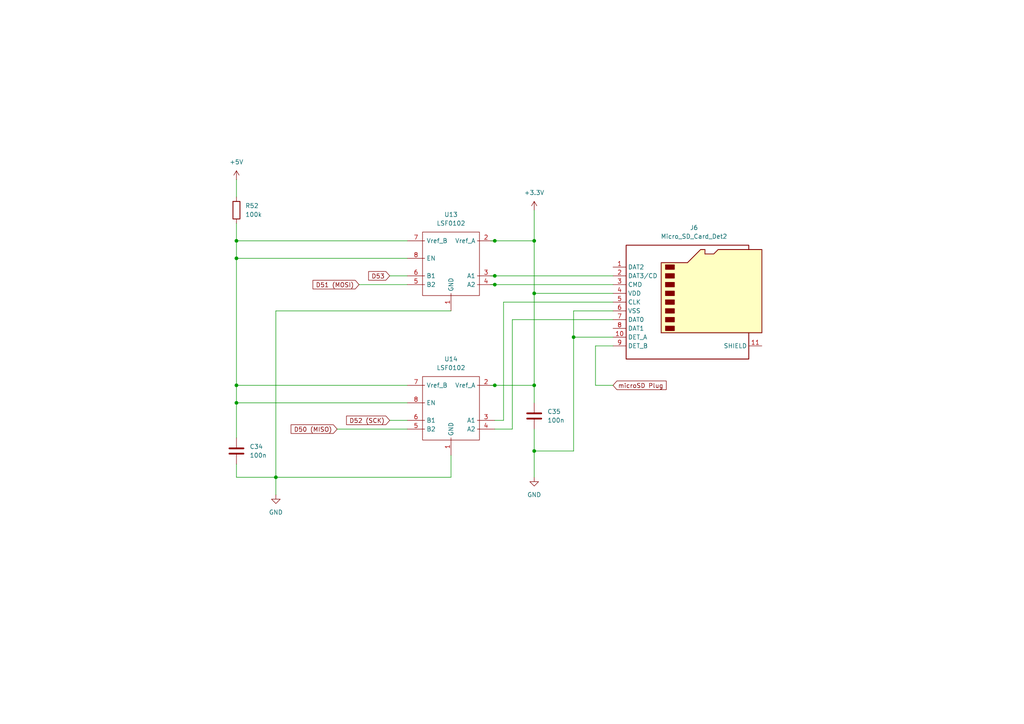
<source format=kicad_sch>
(kicad_sch (version 20231120) (generator "eeschema") (generator_version "8.0")
  (paper "A4")
  (title_block (rev "0.1"))
  (lib_symbols
    (symbol "Connector:Micro_SD_Card_Det2"
      (property "Reference" "J" (at -16.51 17.78 0))
      (property "Value" "Micro_SD_Card_Det2" (at 16.51 17.78 0))
      (symbol "Micro_SD_Card_Det2_0_1"
        (rectangle (start -7.62 -6.985) (end -5.08 -8.255) (stroke (width 0.254)) (fill (type outline)))
        (rectangle (start -7.62 -4.445) (end -5.08 -5.715) (stroke (width 0.254)) (fill (type outline)))
        (rectangle (start -7.62 -1.905) (end -5.08 -3.175) (stroke (width 0.254)) (fill (type outline)))
        (rectangle (start -7.62 0.635) (end -5.08 -0.635) (stroke (width 0.254)) (fill (type outline)))
        (rectangle (start -7.62 3.175) (end -5.08 1.905) (stroke (width 0.254)) (fill (type outline)))
        (rectangle (start -7.62 5.715) (end -5.08 4.445) (stroke (width 0.254)) (fill (type outline)))
        (rectangle (start -7.62 8.255) (end -5.08 6.985) (stroke (width 0.254)) (fill (type outline)))
        (rectangle (start -7.62 10.795) (end -5.08 9.525) (stroke (width 0.254)) (fill (type outline)))
        (polyline (pts (xy 16.51 15.24) (xy 16.51 16.51) (xy -19.05 16.51) (xy -19.05 -16.51) (xy 16.51 -16.51) (xy 16.51 -8.89)) (stroke (width 0.254)))
        (polyline (pts (xy -8.89 -8.89) (xy -8.89 11.43) (xy -1.27 11.43) (xy 2.54 15.24) (xy 3.81 15.24) (xy 3.81 13.97) (xy 6.35 13.97) (xy 7.62 15.24) (xy 20.32 15.24) (xy 20.32 -8.89) (xy -8.89 -8.89)) (stroke (width 0.254)) (fill (type background)))
      )
      (symbol "Micro_SD_Card_Det2_1_1"
        (pin bidirectional line (at -22.86 10.16 0) (length 3.81) (name "DAT2") (number "1"))
        (pin passive line (at -22.86 -10.16 0) (length 3.81) (name "DET_A") (number "10"))
        (pin passive line (at 20.32 -12.7 180) (length 3.81) (name "SHIELD") (number "11"))
        (pin bidirectional line (at -22.86 7.62 0) (length 3.81) (name "DAT3/CD") (number "2"))
        (pin input line (at -22.86 5.08 0) (length 3.81) (name "CMD") (number "3"))
        (pin power_in line (at -22.86 2.54 0) (length 3.81) (name "VDD") (number "4"))
        (pin input line (at -22.86 0 0) (length 3.81) (name "CLK") (number "5"))
        (pin power_in line (at -22.86 -2.54 0) (length 3.81) (name "VSS") (number "6"))
        (pin bidirectional line (at -22.86 -5.08 0) (length 3.81) (name "DAT0") (number "7"))
        (pin bidirectional line (at -22.86 -7.62 0) (length 3.81) (name "DAT1") (number "8"))
        (pin passive line (at -22.86 -12.7 0) (length 3.81) (name "DET_B") (number "9"))
      )
    )
    (symbol "Device:C" (pin_numbers hide) (pin_names (offset 0.254))
      (property "Reference" "C" (at 0.635 2.54 0))
      (property "Value" "C" (at 0.635 -2.54 0))
      (symbol "C_0_1"
        (polyline (pts (xy -2.032 -0.762) (xy 2.032 -0.762)) (stroke (width 0.508)))
        (polyline (pts (xy -2.032 0.762) (xy 2.032 0.762)) (stroke (width 0.508)))
      )
      (symbol "C_1_1"
        (pin passive line (at 0 3.81 270) (length 2.794) (name "~") (number "1"))
        (pin passive line (at 0 -3.81 90) (length 2.794) (name "~") (number "2"))
      )
    )
    (symbol "Device:R" (pin_numbers hide) (pin_names (offset 0))
      (property "Reference" "R" (at 2.032 0 90))
      (property "Value" "R" (at 0 0 90))
      (symbol "R_0_1"
        (rectangle (start -1.016 -2.54) (end 1.016 2.54) (stroke (width 0.254)))
      )
      (symbol "R_1_1"
        (pin passive line (at 0 3.81 270) (length 1.27) (name "~") (number "1"))
        (pin passive line (at 0 -3.81 90) (length 1.27) (name "~") (number "2"))
      )
    )
    (symbol "My_Parts:LSF0102"
      (property "Reference" "U" (at -28.956 23.876 0))
      (property "Value" "LSF0102" (at 8.89 4.064 0))
      (symbol "LSF0102_0_1"
        (polyline (pts (xy 4.445 2.54) (xy 4.445 -15.875) (xy 20.955 -15.875) (xy 20.955 2.54) (xy 4.445 2.54)))
      )
      (symbol "LSF0102_1_1"
        (pin power_in line (at 12.7 -20.32 90) (length 5.08) (name "GND") (number "1"))
        (pin power_in line (at 25.4 0 180) (length 5.08) (name "Vref_A") (number "2"))
        (pin bidirectional line (at 25.4 -10.16 180) (length 5.08) (name "A1") (number "3"))
        (pin bidirectional line (at 25.4 -12.7 180) (length 5.08) (name "A2") (number "4"))
        (pin bidirectional line (at 0 -12.7 0) (length 5.08) (name "B2") (number "5"))
        (pin bidirectional line (at 0 -10.16 0) (length 5.08) (name "B1") (number "6"))
        (pin power_in line (at 0 0 0) (length 5.08) (name "Vref_B") (number "7"))
        (pin input line (at 0 -5.08 0) (length 5.08) (name "EN") (number "8"))
      )
    )
    (symbol "power:+3.3V" (power) (pin_numbers hide) (pin_names (offset 0) hide)
      (property "Value" "+3.3V" (at 0 3.556 0))
      (symbol "+3.3V_0_1"
        (polyline (pts (xy -0.762 1.27) (xy 0 2.54)))
        (polyline (pts (xy 0 0) (xy 0 2.54)))
        (polyline (pts (xy 0 2.54) (xy 0.762 1.27)))
      )
      (symbol "+3.3V_1_1"
        (pin power_in line (at 0 0 90) (length 0) (name "~") (number "1"))
      )
    )
    (symbol "power:+5V" (power) (pin_numbers hide) (pin_names (offset 0) hide)
      (property "Value" "+5V" (at 0 3.556 0))
      (symbol "+5V_0_1"
        (polyline (pts (xy -0.762 1.27) (xy 0 2.54)))
        (polyline (pts (xy 0 0) (xy 0 2.54)))
        (polyline (pts (xy 0 2.54) (xy 0.762 1.27)))
      )
      (symbol "+5V_1_1"
        (pin power_in line (at 0 0 90) (length 0) (name "~") (number "1"))
      )
    )
    (symbol "power:GND" (power) (pin_numbers hide) (pin_names (offset 0) hide)
      (property "Value" "GND" (at 0 -3.81 0))
      (symbol "GND_0_1"
        (polyline (pts (xy 0 0) (xy 0 -1.27) (xy 1.27 -1.27) (xy 0 -2.54) (xy -1.27 -1.27) (xy 0 -1.27)))
      )
      (symbol "GND_1_1"
        (pin power_in line (at 0 0 270) (length 0) (name "~") (number "1"))
      )
    )
  )
  (junction (at 143.51 80.01))
  (junction (at 154.94 69.85))
  (junction (at 166.37 97.79))
  (junction (at 68.58 74.93))
  (junction (at 143.51 111.76))
  (junction (at 154.94 85.09))
  (junction (at 154.94 111.76))
  (junction (at 68.58 111.76))
  (junction (at 68.58 116.84))
  (junction (at 143.51 82.55))
  (junction (at 80.01 138.43))
  (junction (at 68.58 69.85))
  (junction (at 154.94 130.81))
  (junction (at 143.51 69.85))
  (wire (pts (xy 68.58 116.84) (xy 118.11 116.84)))
  (wire (pts (xy 143.51 111.76) (xy 154.94 111.76)))
  (wire (pts (xy 172.72 100.33) (xy 172.72 111.76)))
  (wire (pts (xy 80.01 138.43) (xy 80.01 143.51)))
  (wire (pts (xy 154.94 111.76) (xy 154.94 116.84)))
  (wire (pts (xy 80.01 138.43) (xy 130.81 138.43)))
  (wire (pts (xy 97.79 124.46) (xy 118.11 124.46)))
  (wire (pts (xy 143.51 69.85) (xy 154.94 69.85)))
  (wire (pts (xy 146.05 121.92) (xy 146.05 87.63)))
  (wire (pts (xy 146.05 87.63) (xy 177.8 87.63)))
  (wire (pts (xy 113.03 121.92) (xy 118.11 121.92)))
  (wire (pts (xy 143.51 80.01) (xy 177.8 80.01)))
  (wire (pts (xy 142.24 69.85) (xy 143.51 69.85)))
  (wire (pts (xy 104.14 82.55) (xy 118.11 82.55)))
  (wire (pts (xy 68.58 74.93) (xy 68.58 111.76)))
  (wire (pts (xy 148.59 124.46) (xy 148.59 92.71)))
  (wire (pts (xy 154.94 85.09) (xy 154.94 69.85)))
  (wire (pts (xy 68.58 134.62) (xy 68.58 138.43)))
  (wire (pts (xy 68.58 64.77) (xy 68.58 69.85)))
  (wire (pts (xy 80.01 90.17) (xy 80.01 138.43)))
  (wire (pts (xy 143.51 82.55) (xy 177.8 82.55)))
  (wire (pts (xy 68.58 74.93) (xy 118.11 74.93)))
  (wire (pts (xy 68.58 138.43) (xy 80.01 138.43)))
  (wire (pts (xy 166.37 97.79) (xy 177.8 97.79)))
  (wire (pts (xy 68.58 111.76) (xy 118.11 111.76)))
  (wire (pts (xy 68.58 116.84) (xy 68.58 127)))
  (wire (pts (xy 142.24 111.76) (xy 143.51 111.76)))
  (wire (pts (xy 166.37 97.79) (xy 166.37 130.81)))
  (wire (pts (xy 68.58 52.07) (xy 68.58 57.15)))
  (wire (pts (xy 130.81 138.43) (xy 130.81 132.08)))
  (wire (pts (xy 154.94 69.85) (xy 154.94 60.96)))
  (wire (pts (xy 113.03 80.01) (xy 118.11 80.01)))
  (wire (pts (xy 154.94 85.09) (xy 154.94 111.76)))
  (wire (pts (xy 177.8 90.17) (xy 166.37 90.17)))
  (wire (pts (xy 142.24 80.01) (xy 143.51 80.01)))
  (wire (pts (xy 154.94 130.81) (xy 166.37 130.81)))
  (wire (pts (xy 143.51 124.46) (xy 148.59 124.46)))
  (wire (pts (xy 154.94 130.81) (xy 154.94 138.43)))
  (wire (pts (xy 172.72 111.76) (xy 177.8 111.76)))
  (wire (pts (xy 80.01 90.17) (xy 130.81 90.17)))
  (wire (pts (xy 68.58 69.85) (xy 118.11 69.85)))
  (wire (pts (xy 142.24 82.55) (xy 143.51 82.55)))
  (wire (pts (xy 68.58 111.76) (xy 68.58 116.84)))
  (wire (pts (xy 154.94 124.46) (xy 154.94 130.81)))
  (wire (pts (xy 166.37 90.17) (xy 166.37 97.79)))
  (wire (pts (xy 148.59 92.71) (xy 177.8 92.71)))
  (wire (pts (xy 154.94 85.09) (xy 177.8 85.09)))
  (wire (pts (xy 146.05 121.92) (xy 143.51 121.92)))
  (wire (pts (xy 177.8 100.33) (xy 172.72 100.33)))
  (wire (pts (xy 68.58 69.85) (xy 68.58 74.93)))
  (global_label "D50 (MISO)" (shape input) (at 97.79 124.46 180) (property "Intersheetrefs" "${INTERSHEET_REFS}" (effects (hide yes))))
  (global_label "D52 (SCK)" (shape input) (at 113.03 121.92 180) (property "Intersheetrefs" "${INTERSHEET_REFS}" (effects (hide yes))))
  (global_label "D53" (shape input) (at 113.03 80.01 180) (property "Intersheetrefs" "${INTERSHEET_REFS}" (effects (hide yes))))
  (global_label "D51 (MOSI)" (shape input) (at 104.14 82.55 180) (property "Intersheetrefs" "${INTERSHEET_REFS}" (effects (hide yes))))
  (global_label "microSD Plug" (shape input) (at 177.8 111.76 0) (property "Intersheetrefs" "${INTERSHEET_REFS}" (effects (hide yes))))
  (symbol (lib_id "power:+3.3V") (at 154.94 60.96 0) (unit 1)
    (property "Reference" "#PWR54" (effects (hide yes)))
    (property "Value" "+3.3V" (at 154.94 55.88 0))
    (property "Description" "Power symbol creates a global label with name \"+3.3V\"" (effects (hide yes)))
  )
  (symbol (lib_id "Device:R") (at 68.58 60.96 180) (unit 1)
    (property "Reference" "R52" (at 71.12 59.6899 0) (effects (justify right)))
    (property "Value" "100k" (at 71.12 62.2299 0) (effects (justify right)))
    (property "Footprint" "Resistor_SMD:R_1206_3216Metric_Pad1.30x1.75mm_HandSolder" (effects (hide yes)))
    (property "Description" "Resistor" (effects (hide yes)))
  )
  (symbol (lib_id "My_Parts:LSF0102") (at 118.11 69.85 0) (unit 1)
    (property "Reference" "U13" (at 130.81 62.23 0))
    (property "Value" "LSF0102" (at 130.81 64.77 0))
    (property "Footprint" "Package_TO_SOT_SMD:SOT-23W_Handsoldering" (effects (hide yes)))
    (property "Datasheet" "https://www.ti.com/lit/ds/symlink/lsf0102.pdf?ts=1744380914413&ref_url=https%253A%252F%252Fwww.ti.com%252Fproduct%252FLSF0102%253Futm_source%253Dgoogle%2526utm_medium%253Dcpc%2526utm_campaign%253Dasc-int-null-44700045788370281_prodfolderdynamic-cpc-pf-google-eu_en_int%2526utm_content%253Dprodfolddynamic%2526ds_k%253DDYNAMIC+SEARCH+ADS%2526DCM%253Dyes%2526gad_source%253D1%2526gclid%253DCjwKCAjw--K_BhB5EiwAuwYoyp2tq4pzPrGw2maMQBn82WAxbIoiy-esTjdS71tpEycDsC-4pGJqlxoCSMoQAvD_BwE%2526gclsrc%253Daw.ds" (effects (hide yes)))
  )
  (symbol (lib_id "My_Parts:LSF0102") (at 118.11 111.76 0) (unit 1)
    (property "Reference" "U14" (at 130.81 104.14 0))
    (property "Value" "LSF0102" (at 130.81 106.68 0))
    (property "Footprint" "Package_TO_SOT_SMD:SOT-23W_Handsoldering" (effects (hide yes)))
    (property "Datasheet" "https://www.ti.com/lit/ds/symlink/lsf0102.pdf?ts=1744380914413&ref_url=https%253A%252F%252Fwww.ti.com%252Fproduct%252FLSF0102%253Futm_source%253Dgoogle%2526utm_medium%253Dcpc%2526utm_campaign%253Dasc-int-null-44700045788370281_prodfolderdynamic-cpc-pf-google-eu_en_int%2526utm_content%253Dprodfolddynamic%2526ds_k%253DDYNAMIC+SEARCH+ADS%2526DCM%253Dyes%2526gad_source%253D1%2526gclid%253DCjwKCAjw--K_BhB5EiwAuwYoyp2tq4pzPrGw2maMQBn82WAxbIoiy-esTjdS71tpEycDsC-4pGJqlxoCSMoQAvD_BwE%2526gclsrc%253Daw.ds" (effects (hide yes)))
  )
  (symbol (lib_id "Device:C") (at 154.94 120.65 0) (unit 1)
    (property "Reference" "C35" (at 158.75 119.3799 0) (effects (justify left)))
    (property "Value" "100n" (at 158.75 121.9199 0) (effects (justify left)))
    (property "Footprint" "Capacitor_SMD:C_1206_3216Metric_Pad1.33x1.80mm_HandSolder" (effects (hide yes)))
    (property "Description" "Unpolarized capacitor" (effects (hide yes)))
  )
  (symbol (lib_id "power:GND") (at 154.94 138.43 0) (unit 1)
    (property "Reference" "#PWR55" (effects (hide yes)))
    (property "Value" "GND" (at 154.94 143.51 0))
    (property "Description" "Power symbol creates a global label with name \"GND\" , ground" (effects (hide yes)))
  )
  (symbol (lib_id "Connector:Micro_SD_Card_Det2") (at 200.66 87.63 0) (unit 1)
    (property "Reference" "J6" (at 201.295 66.04 0))
    (property "Value" "Micro_SD_Card_Det2" (at 201.295 68.58 0))
    (property "Footprint" "Connector_Card:microSD_HC_Hirose_DM3AT-SF-PEJM5" (effects (hide yes)))
    (property "Datasheet" "https://www.hirose.com/en/product/document?clcode=&productname=&series=DM3&documenttype=Catalog&lang=en&documentid=D49662_en" (effects (hide yes)))
    (property "Description" "Micro SD Card Socket with two card detection pins" (effects (hide yes)))
  )
  (symbol (lib_id "Device:C") (at 68.58 130.81 0) (unit 1)
    (property "Reference" "C34" (at 72.39 129.5399 0) (effects (justify left)))
    (property "Value" "100n" (at 72.39 132.0799 0) (effects (justify left)))
    (property "Footprint" "Capacitor_SMD:C_1206_3216Metric_Pad1.33x1.80mm_HandSolder" (effects (hide yes)))
    (property "Description" "Unpolarized capacitor" (effects (hide yes)))
  )
  (symbol (lib_id "power:+5V") (at 68.58 52.07 0) (unit 1)
    (property "Reference" "#PWR52" (effects (hide yes)))
    (property "Value" "+5V" (at 68.58 46.99 0))
    (property "Description" "Power symbol creates a global label with name \"+5V\"" (effects (hide yes)))
  )
  (symbol (lib_id "power:GND") (at 80.01 143.51 0) (unit 1)
    (property "Reference" "#PWR53" (effects (hide yes)))
    (property "Value" "GND" (at 80.01 148.59 0))
    (property "Description" "Power symbol creates a global label with name \"GND\" , ground" (effects (hide yes)))
  )
)
</source>
